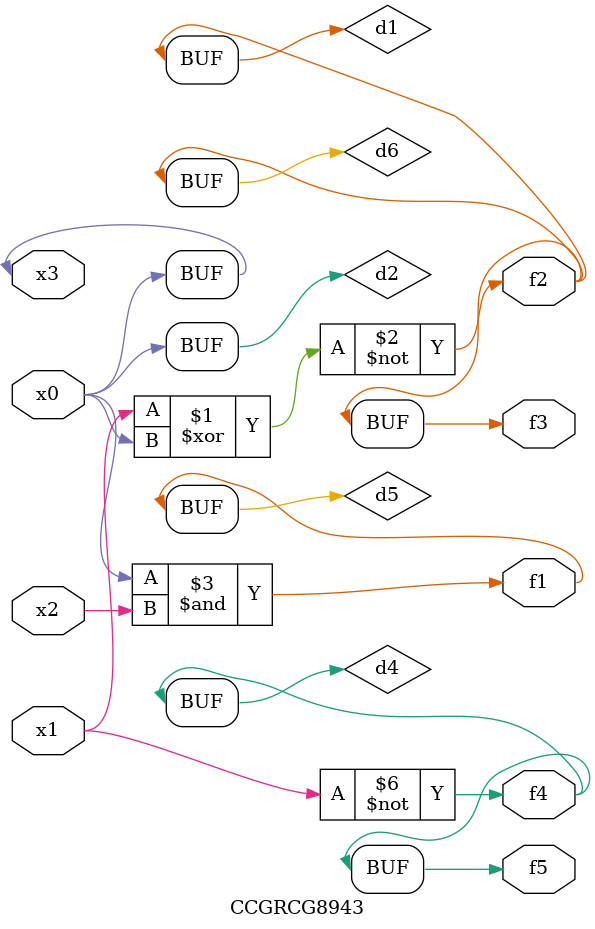
<source format=v>
module CCGRCG8943(
	input x0, x1, x2, x3,
	output f1, f2, f3, f4, f5
);

	wire d1, d2, d3, d4, d5, d6;

	xnor (d1, x1, x3);
	buf (d2, x0, x3);
	nand (d3, x0, x2);
	not (d4, x1);
	nand (d5, d3);
	or (d6, d1);
	assign f1 = d5;
	assign f2 = d6;
	assign f3 = d6;
	assign f4 = d4;
	assign f5 = d4;
endmodule

</source>
